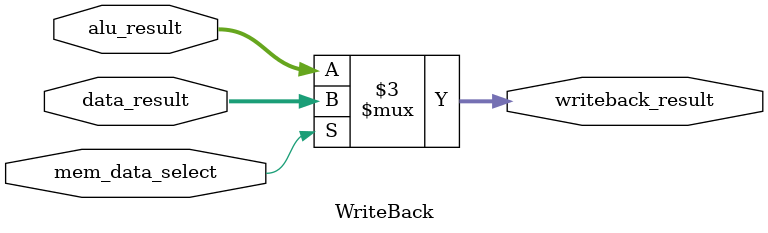
<source format=sv>
/*
    file: write_back.sv
    brief: Resolves the final value that will be written back to the architectural registers.
*/
`timescale 1ns / 1ps
`include "../common/isa.svh"

module WriteBack(
    input var logic mem_data_select,
    input var logic [31:0] alu_result,
    input var logic [31:0] data_result,
    output var logic [31:0] writeback_result
);

    // WRITE BACK RESULT
    always_comb begin
        if (mem_data_select)
            writeback_result = data_result;
        else
            writeback_result = alu_result;
    end

endmodule
</source>
